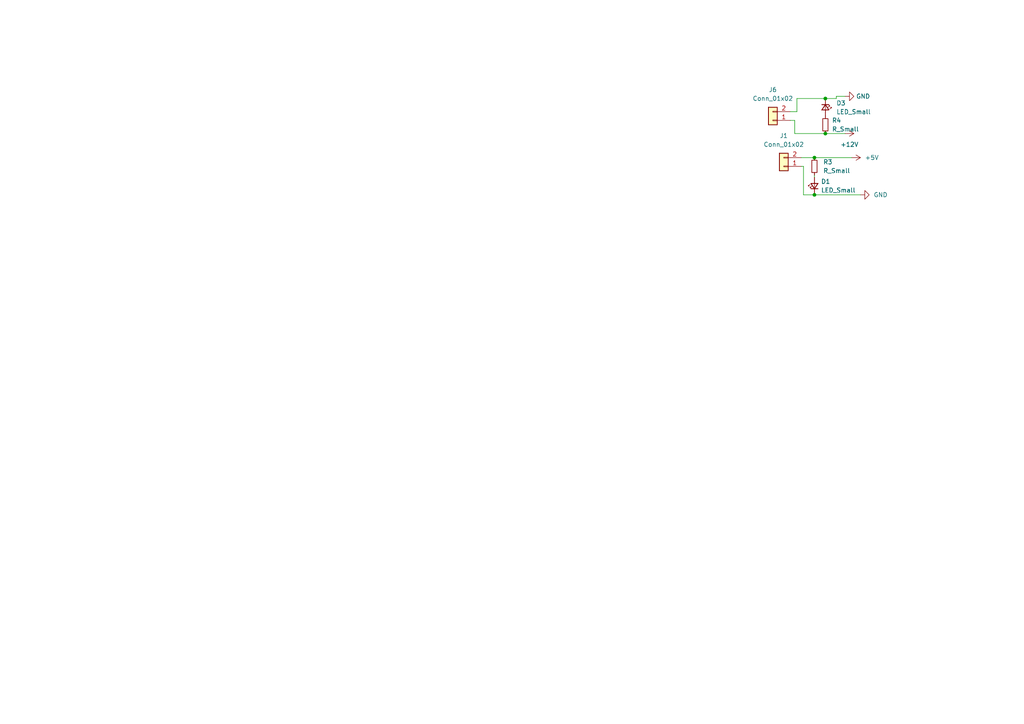
<source format=kicad_sch>
(kicad_sch (version 20230121) (generator eeschema)
  (paper "A4")
  (lib_symbols
    (symbol "Connector_Generic:Conn_01x02" (pin_names (offset 1.016) hide)
      (property "Reference" "J" (at 0 2.54 0))
      (property "Value" "Conn_01x02" (at 0 -5.08 0))
      (symbol "Conn_01x02_1_1"
        (rectangle (start -1.27 -2.413) (end 0 -2.667) (stroke (width 0.1524)))
        (rectangle (start -1.27 0.127) (end 0 -0.127) (stroke (width 0.1524)))
        (rectangle (start -1.27 1.27) (end 1.27 -3.81) (stroke (width 0.254)) (fill (type background)))
        (pin passive line (at -5.08 0 0) (length 3.81) (name "Pin_1") (number "1"))
        (pin passive line (at -5.08 -2.54 0) (length 3.81) (name "Pin_2") (number "2"))
      )
    )
    (symbol "Device:LED_Small" (pin_numbers hide) (pin_names (offset 0.254) hide)
      (property "Reference" "D" (at -1.27 3.175 0))
      (property "Value" "LED_Small" (at -4.445 -2.54 0))
      (symbol "LED_Small_0_1"
        (polyline (pts (xy -0.762 -1.016) (xy -0.762 1.016)) (stroke (width 0.254)))
        (polyline (pts (xy 1.016 0) (xy -0.762 0)))
        (polyline (pts (xy 0.762 -1.016) (xy -0.762 0) (xy 0.762 1.016) (xy 0.762 -1.016)) (stroke (width 0.254)))
        (polyline (pts (xy 0 0.762) (xy -0.508 1.27) (xy -0.254 1.27) (xy -0.508 1.27) (xy -0.508 1.016)))
        (polyline (pts (xy 0.508 1.27) (xy 0 1.778) (xy 0.254 1.778) (xy 0 1.778) (xy 0 1.524)))
      )
      (symbol "LED_Small_1_1"
        (pin passive line (at -2.54 0 0) (length 1.778) (name "K") (number "1"))
        (pin passive line (at 2.54 0 180) (length 1.778) (name "A") (number "2"))
      )
    )
    (symbol "Device:R_Small" (pin_numbers hide) (pin_names (offset 0.254) hide)
      (property "Reference" "R" (at 0.762 0.508 0))
      (property "Value" "R_Small" (at 0.762 -1.016 0))
      (symbol "R_Small_0_1"
        (rectangle (start -0.762 1.778) (end 0.762 -1.778) (stroke (width 0.2032)))
      )
      (symbol "R_Small_1_1"
        (pin passive line (at 0 2.54 270) (length 0.762) (name "~") (number "1"))
        (pin passive line (at 0 -2.54 90) (length 0.762) (name "~") (number "2"))
      )
    )
    (symbol "power:+12V" (power) (pin_names (offset 0))
      (property "Value" "+12V" (at 0 3.556 0))
      (symbol "+12V_0_1"
        (polyline (pts (xy -0.762 1.27) (xy 0 2.54)))
        (polyline (pts (xy 0 0) (xy 0 2.54)))
        (polyline (pts (xy 0 2.54) (xy 0.762 1.27)))
      )
      (symbol "+12V_1_1"
        (pin power_in line (at 0 0 90) (length 0) hide (name "+12V") (number "1"))
      )
    )
    (symbol "power:+5V" (power) (pin_names (offset 0))
      (property "Value" "+5V" (at 0 3.556 0))
      (symbol "+5V_0_1"
        (polyline (pts (xy -0.762 1.27) (xy 0 2.54)))
        (polyline (pts (xy 0 0) (xy 0 2.54)))
        (polyline (pts (xy 0 2.54) (xy 0.762 1.27)))
      )
      (symbol "+5V_1_1"
        (pin power_in line (at 0 0 90) (length 0) hide (name "+5V") (number "1"))
      )
    )
    (symbol "power:GND" (power) (pin_names (offset 0))
      (property "Value" "GND" (at 0 -3.81 0))
      (symbol "GND_0_1"
        (polyline (pts (xy 0 0) (xy 0 -1.27) (xy 1.27 -1.27) (xy 0 -2.54) (xy -1.27 -1.27) (xy 0 -1.27)))
      )
      (symbol "GND_1_1"
        (pin power_in line (at 0 0 270) (length 0) hide (name "GND") (number "1"))
      )
    )
  )
  (junction (at 239.395 28.575))
  (junction (at 236.22 45.72))
  (junction (at 239.395 38.735))
  (junction (at 236.22 56.515))
  (wire (pts (xy 236.22 56.515) (xy 249.555 56.515)))
  (wire (pts (xy 236.22 51.435) (xy 236.22 50.8)))
  (wire (pts (xy 230.505 34.925) (xy 229.235 34.925)))
  (wire (pts (xy 230.505 38.735) (xy 230.505 34.925)))
  (wire (pts (xy 247.015 45.72) (xy 236.22 45.72)))
  (wire (pts (xy 236.22 56.515) (xy 233.045 56.515)))
  (wire (pts (xy 242.57 27.94) (xy 242.57 28.575)))
  (wire (pts (xy 233.045 56.515) (xy 233.045 48.26)))
  (wire (pts (xy 231.14 32.385) (xy 229.235 32.385)))
  (wire (pts (xy 239.395 28.575) (xy 231.14 28.575)))
  (wire (pts (xy 231.14 28.575) (xy 231.14 32.385)))
  (wire (pts (xy 233.045 48.26) (xy 232.41 48.26)))
  (wire (pts (xy 242.57 28.575) (xy 239.395 28.575)))
  (wire (pts (xy 239.395 38.735) (xy 245.11 38.735)))
  (wire (pts (xy 236.22 45.72) (xy 232.41 45.72)))
  (wire (pts (xy 245.11 27.94) (xy 242.57 27.94)))
  (wire (pts (xy 230.505 38.735) (xy 239.395 38.735)))
  (symbol (lib_id "Connector_Generic:Conn_01x02") (at 224.155 34.925 180) (unit 1)
    (property "Reference" "J6" (at 224.155 26.035 0))
    (property "Value" "Conn_01x02" (at 224.155 28.575 0))
    (property "Footprint" "TerminalBlock:TerminalBlock_Altech_AK300-2_P5.00mm" (effects hide))
    (instances (project "MainboardV3" (path "" (reference "J6") (unit 1)) (path "" (reference "J1") (unit 1))))
  )
  (symbol (lib_id "power:GND") (at 249.555 56.515 90) (unit 1)
    (property "Reference" "#PWR08" (effects hide))
    (property "Value" "GND" (at 253.365 56.515 90) (effects (justify right)))
    (instances (project "MainboardV3" (path "" (reference "#PWR08") (unit 1)) (path "" (reference "#PWR026") (unit 1))))
  )
  (symbol (lib_id "Device:LED_Small") (at 236.22 53.975 90) (unit 1)
    (property "Reference" "D1" (at 238.125 52.6415 90) (effects (justify right)))
    (property "Value" "LED_Small" (at 238.125 55.1815 90) (effects (justify right)))
    (property "Footprint" "LED_SMD:LED_1206_3216Metric_Pad1.42x1.75mm_HandSolder" (effects hide))
  )
  (symbol (lib_id "Connector_Generic:Conn_01x02") (at 227.33 48.26 180) (unit 1)
    (property "Reference" "J1" (at 227.33 39.37 0))
    (property "Value" "Conn_01x02" (at 227.33 41.91 0))
    (property "Footprint" "TerminalBlock:TerminalBlock_Altech_AK300-2_P5.00mm" (effects hide))
    (instances (project "MainboardV3" (path "" (reference "J1") (unit 1)) (path "" (reference "J6") (unit 1))))
  )
  (symbol (lib_id "power:+12V") (at 245.11 38.735 270) (unit 1)
    (property "Reference" "#PWR026" (effects hide))
    (property "Value" "+12V" (at 246.38 41.91 90))
    (instances (project "MainboardV3" (path "" (reference "#PWR026") (unit 1)) (path "" (reference "#PWR08") (unit 1))))
  )
  (symbol (lib_id "Device:LED_Small") (at 239.395 31.115 270) (unit 1)
    (property "Reference" "D3" (at 242.57 29.9085 90) (effects (justify left)))
    (property "Value" "LED_Small" (at 242.57 32.4485 90) (effects (justify left)))
    (property "Footprint" "LED_SMD:LED_1206_3216Metric_Pad1.42x1.75mm_HandSolder" (effects hide))
  )
  (symbol (lib_id "power:GND") (at 245.11 27.94 90) (unit 1)
    (property "Reference" "#PWR06" (effects hide))
    (property "Value" "GND" (at 248.285 27.94 90) (effects (justify right)))
  )
  (symbol (lib_id "power:+5V") (at 247.015 45.72 270) (unit 1)
    (property "Reference" "#PWR025" (effects hide))
    (property "Value" "+5V" (at 250.825 45.72 90) (effects (justify left)))
  )
  (symbol (lib_id "Device:R_Small") (at 239.395 36.195 0) (unit 1)
    (property "Reference" "R4" (at 241.3 34.925 0) (effects (justify left)))
    (property "Value" "R_Small" (at 241.3 37.465 0) (effects (justify left)))
    (property "Footprint" "Resistor_SMD:R_1206_3216Metric_Pad1.30x1.75mm_HandSolder" (effects hide))
  )
  (symbol (lib_id "Device:R_Small") (at 236.22 48.26 0) (unit 1)
    (property "Reference" "R3" (at 238.76 46.99 0) (effects (justify left)))
    (property "Value" "R_Small" (at 238.76 49.53 0) (effects (justify left)))
    (property "Footprint" "Resistor_SMD:R_1206_3216Metric_Pad1.30x1.75mm_HandSolder" (effects hide))
  )
)
</source>
